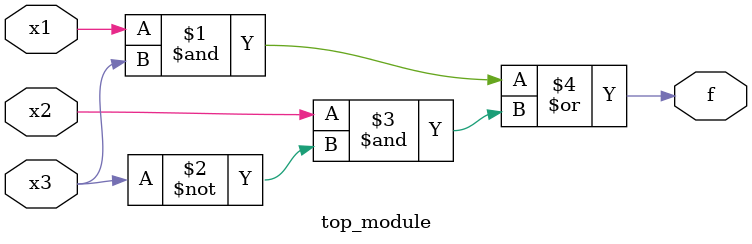
<source format=v>
module top_module( 
    input x3,
    input x2,
    input x1,  // three inputs
    output f   // one output
);

    assign f = x1 & x3 | x2 & ~x3;

endmodule

</source>
